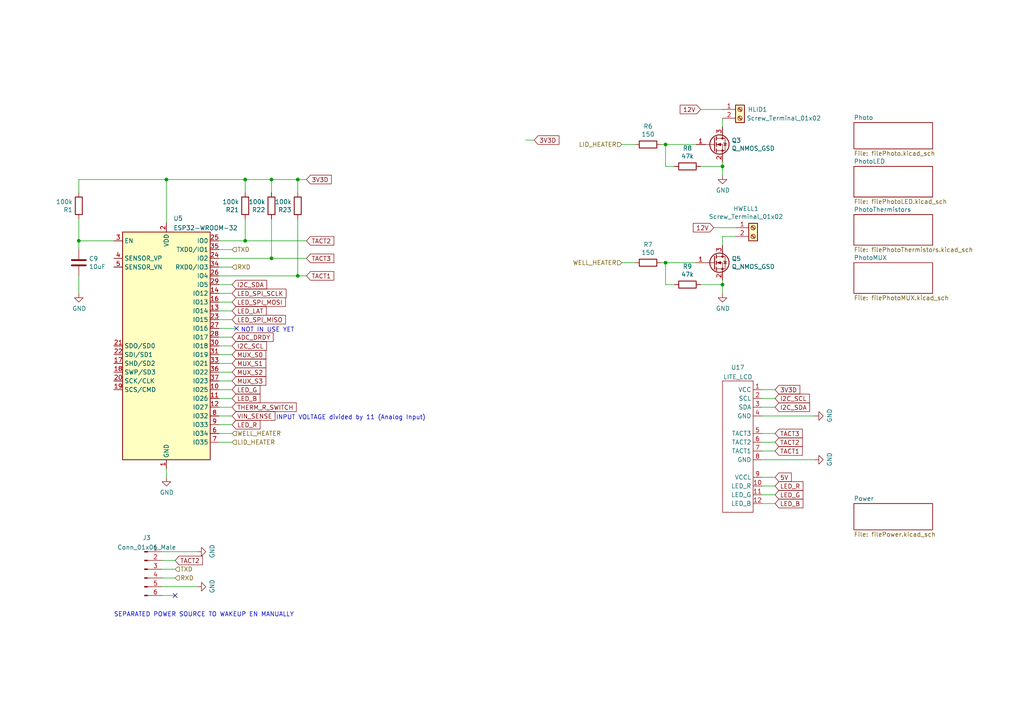
<source format=kicad_sch>
(kicad_sch (version 20211123) (generator eeschema)
  (paper "A4")
  (lib_symbols
    (symbol "Connector:Conn_01x06_Male" (pin_names (offset 1.016) hide)
      (property "Reference" "J" (at 0 7.62 0))
      (property "Value" "Conn_01x06_Male" (at 0 -10.16 0))
      (symbol "Conn_01x06_Male_1_1"
        (polyline (pts (xy 1.27 -7.62) (xy 0.8636 -7.62)) (stroke (width 0.1524)))
        (polyline (pts (xy 1.27 -5.08) (xy 0.8636 -5.08)) (stroke (width 0.1524)))
        (polyline (pts (xy 1.27 -2.54) (xy 0.8636 -2.54)) (stroke (width 0.1524)))
        (polyline (pts (xy 1.27 0) (xy 0.8636 0)) (stroke (width 0.1524)))
        (polyline (pts (xy 1.27 2.54) (xy 0.8636 2.54)) (stroke (width 0.1524)))
        (polyline (pts (xy 1.27 5.08) (xy 0.8636 5.08)) (stroke (width 0.1524)))
        (rectangle (start 0.8636 -7.493) (end 0 -7.747) (stroke (width 0.1524)) (fill (type outline)))
        (rectangle (start 0.8636 -4.953) (end 0 -5.207) (stroke (width 0.1524)) (fill (type outline)))
        (rectangle (start 0.8636 -2.413) (end 0 -2.667) (stroke (width 0.1524)) (fill (type outline)))
        (rectangle (start 0.8636 0.127) (end 0 -0.127) (stroke (width 0.1524)) (fill (type outline)))
        (rectangle (start 0.8636 2.667) (end 0 2.413) (stroke (width 0.1524)) (fill (type outline)))
        (rectangle (start 0.8636 5.207) (end 0 4.953) (stroke (width 0.1524)) (fill (type outline)))
        (pin passive line (at 5.08 5.08 180) (length 3.81) (name "Pin_1") (number "1"))
        (pin passive line (at 5.08 2.54 180) (length 3.81) (name "Pin_2") (number "2"))
        (pin passive line (at 5.08 0 180) (length 3.81) (name "Pin_3") (number "3"))
        (pin passive line (at 5.08 -2.54 180) (length 3.81) (name "Pin_4") (number "4"))
        (pin passive line (at 5.08 -5.08 180) (length 3.81) (name "Pin_5") (number "5"))
        (pin passive line (at 5.08 -7.62 180) (length 3.81) (name "Pin_6") (number "6"))
      )
    )
    (symbol "Connector:Screw_Terminal_01x02" (pin_names (offset 1.016) hide)
      (property "Reference" "J" (at 0 2.54 0))
      (property "Value" "Screw_Terminal_01x02" (at 0 -5.08 0))
      (symbol "Screw_Terminal_01x02_1_1"
        (rectangle (start -1.27 1.27) (end 1.27 -3.81) (stroke (width 0.254)) (fill (type background)))
        (circle (center 0 -2.54) (radius 0.635) (stroke (width 0.1524)))
        (polyline (pts (xy -0.5334 -2.2098) (xy 0.3302 -3.048)) (stroke (width 0.1524)))
        (polyline (pts (xy -0.5334 0.3302) (xy 0.3302 -0.508)) (stroke (width 0.1524)))
        (polyline (pts (xy -0.3556 -2.032) (xy 0.508 -2.8702)) (stroke (width 0.1524)))
        (polyline (pts (xy -0.3556 0.508) (xy 0.508 -0.3302)) (stroke (width 0.1524)))
        (circle (center 0 0) (radius 0.635) (stroke (width 0.1524)))
        (pin passive line (at -5.08 0 0) (length 3.81) (name "Pin_1") (number "1"))
        (pin passive line (at -5.08 -2.54 0) (length 3.81) (name "Pin_2") (number "2"))
      )
    )
    (symbol "Device:C" (pin_numbers hide) (pin_names (offset 0.254))
      (property "Reference" "C" (at 0.635 2.54 0))
      (property "Value" "C" (at 0.635 -2.54 0))
      (symbol "C_0_1"
        (polyline (pts (xy -2.032 -0.762) (xy 2.032 -0.762)) (stroke (width 0.508)))
        (polyline (pts (xy -2.032 0.762) (xy 2.032 0.762)) (stroke (width 0.508)))
      )
      (symbol "C_1_1"
        (pin passive line (at 0 3.81 270) (length 2.794) (name "~") (number "1"))
        (pin passive line (at 0 -3.81 90) (length 2.794) (name "~") (number "2"))
      )
    )
    (symbol "Device:Q_NMOS_GSD" (pin_names (offset 0) hide)
      (property "Reference" "Q" (at 5.08 1.27 0))
      (property "Value" "Q_NMOS_GSD" (at 5.08 -1.27 0))
      (symbol "Q_NMOS_GSD_0_1"
        (polyline (pts (xy 0.254 0) (xy -2.54 0)))
        (polyline (pts (xy 0.254 1.905) (xy 0.254 -1.905)) (stroke (width 0.254)))
        (polyline (pts (xy 0.762 -1.27) (xy 0.762 -2.286)) (stroke (width 0.254)))
        (polyline (pts (xy 0.762 0.508) (xy 0.762 -0.508)) (stroke (width 0.254)))
        (polyline (pts (xy 0.762 2.286) (xy 0.762 1.27)) (stroke (width 0.254)))
        (polyline (pts (xy 2.54 2.54) (xy 2.54 1.778)))
        (polyline (pts (xy 2.54 -2.54) (xy 2.54 0) (xy 0.762 0)))
        (polyline (pts (xy 0.762 -1.778) (xy 3.302 -1.778) (xy 3.302 1.778) (xy 0.762 1.778)))
        (polyline (pts (xy 1.016 0) (xy 2.032 0.381) (xy 2.032 -0.381) (xy 1.016 0)) (fill (type outline)))
        (polyline (pts (xy 2.794 0.508) (xy 2.921 0.381) (xy 3.683 0.381) (xy 3.81 0.254)))
        (polyline (pts (xy 3.302 0.381) (xy 2.921 -0.254) (xy 3.683 -0.254) (xy 3.302 0.381)))
        (circle (center 1.651 0) (radius 2.794) (stroke (width 0.254)))
        (circle (center 2.54 -1.778) (radius 0.254) (fill (type outline)))
        (circle (center 2.54 1.778) (radius 0.254) (fill (type outline)))
      )
      (symbol "Q_NMOS_GSD_1_1"
        (pin input line (at -5.08 0 0) (length 2.54) (name "G") (number "1"))
        (pin passive line (at 2.54 -5.08 90) (length 2.54) (name "S") (number "2"))
        (pin passive line (at 2.54 5.08 270) (length 2.54) (name "D") (number "3"))
      )
    )
    (symbol "Device:R" (pin_numbers hide) (pin_names (offset 0))
      (property "Reference" "R" (at 2.032 0 90))
      (property "Value" "R" (at 0 0 90))
      (symbol "R_0_1"
        (rectangle (start -1.016 -2.54) (end 1.016 2.54) (stroke (width 0.254)))
      )
      (symbol "R_1_1"
        (pin passive line (at 0 3.81 270) (length 1.27) (name "~") (number "1"))
        (pin passive line (at 0 -3.81 90) (length 1.27) (name "~") (number "2"))
      )
    )
    (symbol "Ninja-qPCR:LITE_LCD"
      (property "Reference" "U" (at -3.81 3.81 0))
      (property "Value" "LITE_LCD" (at -3.81 -36.83 0))
      (symbol "LITE_LCD_0_1"
        (rectangle (start 0 2.54) (end -8.89 -35.56) (stroke (width 0.1524)))
      )
      (symbol "LITE_LCD_1_1"
        (pin input line (at 2.54 0 180) (length 2.54) (name "VCC") (number "1"))
        (pin input line (at 2.54 -27.94 180) (length 2.54) (name "LED_R") (number "10"))
        (pin input line (at 2.54 -30.48 180) (length 2.54) (name "LED_G") (number "11"))
        (pin input line (at 2.54 -33.02 180) (length 2.54) (name "LED_B") (number "12"))
        (pin input line (at 2.54 -2.54 180) (length 2.54) (name "SCL") (number "2"))
        (pin input line (at 2.54 -5.08 180) (length 2.54) (name "SDA") (number "3"))
        (pin input line (at 2.54 -7.62 180) (length 2.54) (name "GND") (number "4"))
        (pin input line (at 2.54 -12.7 180) (length 2.54) (name "TACT3") (number "5"))
        (pin input line (at 2.54 -15.24 180) (length 2.54) (name "TACT2") (number "6"))
        (pin input line (at 2.54 -17.78 180) (length 2.54) (name "TACT1") (number "7"))
        (pin input line (at 2.54 -20.32 180) (length 2.54) (name "GND") (number "8"))
        (pin input line (at 2.54 -25.4 180) (length 2.54) (name "VCCL") (number "9"))
      )
    )
    (symbol "RF_Module:ESP32-WROOM-32"
      (property "Reference" "U" (at -12.7 34.29 0))
      (property "Value" "ESP32-WROOM-32" (at 1.27 34.29 0))
      (symbol "ESP32-WROOM-32_0_1"
        (rectangle (start -12.7 33.02) (end 12.7 -33.02) (stroke (width 0.254)) (fill (type background)))
      )
      (symbol "ESP32-WROOM-32_1_1"
        (pin power_in line (at 0 -35.56 90) (length 2.54) (name "GND") (number "1"))
        (pin bidirectional line (at 15.24 -12.7 180) (length 2.54) (name "IO25") (number "10"))
        (pin bidirectional line (at 15.24 -15.24 180) (length 2.54) (name "IO26") (number "11"))
        (pin bidirectional line (at 15.24 -17.78 180) (length 2.54) (name "IO27") (number "12"))
        (pin bidirectional line (at 15.24 10.16 180) (length 2.54) (name "IO14") (number "13"))
        (pin bidirectional line (at 15.24 15.24 180) (length 2.54) (name "IO12") (number "14"))
        (pin passive line (at 0 -35.56 90) (length 2.54) hide (name "GND") (number "15"))
        (pin bidirectional line (at 15.24 12.7 180) (length 2.54) (name "IO13") (number "16"))
        (pin bidirectional line (at -15.24 -5.08 0) (length 2.54) (name "SHD/SD2") (number "17"))
        (pin bidirectional line (at -15.24 -7.62 0) (length 2.54) (name "SWP/SD3") (number "18"))
        (pin bidirectional line (at -15.24 -12.7 0) (length 2.54) (name "SCS/CMD") (number "19"))
        (pin power_in line (at 0 35.56 270) (length 2.54) (name "VDD") (number "2"))
        (pin bidirectional line (at -15.24 -10.16 0) (length 2.54) (name "SCK/CLK") (number "20"))
        (pin bidirectional line (at -15.24 0 0) (length 2.54) (name "SDO/SD0") (number "21"))
        (pin bidirectional line (at -15.24 -2.54 0) (length 2.54) (name "SDI/SD1") (number "22"))
        (pin bidirectional line (at 15.24 7.62 180) (length 2.54) (name "IO15") (number "23"))
        (pin bidirectional line (at 15.24 25.4 180) (length 2.54) (name "IO2") (number "24"))
        (pin bidirectional line (at 15.24 30.48 180) (length 2.54) (name "IO0") (number "25"))
        (pin bidirectional line (at 15.24 20.32 180) (length 2.54) (name "IO4") (number "26"))
        (pin bidirectional line (at 15.24 5.08 180) (length 2.54) (name "IO16") (number "27"))
        (pin bidirectional line (at 15.24 2.54 180) (length 2.54) (name "IO17") (number "28"))
        (pin bidirectional line (at 15.24 17.78 180) (length 2.54) (name "IO5") (number "29"))
        (pin input line (at -15.24 30.48 0) (length 2.54) (name "EN") (number "3"))
        (pin bidirectional line (at 15.24 0 180) (length 2.54) (name "IO18") (number "30"))
        (pin bidirectional line (at 15.24 -2.54 180) (length 2.54) (name "IO19") (number "31"))
        (pin no_connect line (at -12.7 -27.94 0) (length 2.54) hide (name "NC") (number "32"))
        (pin bidirectional line (at 15.24 -5.08 180) (length 2.54) (name "IO21") (number "33"))
        (pin bidirectional line (at 15.24 22.86 180) (length 2.54) (name "RXD0/IO3") (number "34"))
        (pin bidirectional line (at 15.24 27.94 180) (length 2.54) (name "TXD0/IO1") (number "35"))
        (pin bidirectional line (at 15.24 -7.62 180) (length 2.54) (name "IO22") (number "36"))
        (pin bidirectional line (at 15.24 -10.16 180) (length 2.54) (name "IO23") (number "37"))
        (pin passive line (at 0 -35.56 90) (length 2.54) hide (name "GND") (number "38"))
        (pin passive line (at 0 -35.56 90) (length 2.54) hide (name "GND") (number "39"))
        (pin input line (at -15.24 25.4 0) (length 2.54) (name "SENSOR_VP") (number "4"))
        (pin input line (at -15.24 22.86 0) (length 2.54) (name "SENSOR_VN") (number "5"))
        (pin input line (at 15.24 -25.4 180) (length 2.54) (name "IO34") (number "6"))
        (pin input line (at 15.24 -27.94 180) (length 2.54) (name "IO35") (number "7"))
        (pin bidirectional line (at 15.24 -20.32 180) (length 2.54) (name "IO32") (number "8"))
        (pin bidirectional line (at 15.24 -22.86 180) (length 2.54) (name "IO33") (number "9"))
      )
    )
    (symbol "power:GND" (power) (pin_names (offset 0))
      (property "Value" "GND" (at 0 -3.81 0))
      (symbol "GND_0_1"
        (polyline (pts (xy 0 0) (xy 0 -1.27) (xy 1.27 -1.27) (xy 0 -2.54) (xy -1.27 -1.27) (xy 0 -1.27)))
      )
      (symbol "GND_1_1"
        (pin power_in line (at 0 0 270) (length 0) hide (name "GND") (number "1"))
      )
    )
  )
  (junction (at 193.04 41.91))
  (junction (at 22.86 69.85))
  (junction (at 209.55 82.55))
  (junction (at 48.26 52.07))
  (junction (at 86.36 52.07))
  (junction (at 71.12 52.07))
  (junction (at 209.55 48.26))
  (junction (at 86.36 80.01))
  (junction (at 78.74 52.07))
  (junction (at 193.04 76.2))
  (junction (at 78.74 74.93))
  (junction (at 71.12 69.85))
  (no_connect (at 50.8 172.72))
  (no_connect (at 68.58 95.25))
  (wire (pts (xy 46.99 170.18) (xy 57.15 170.18)))
  (wire (pts (xy 71.12 69.85) (xy 88.9 69.85)))
  (wire (pts (xy 203.2 48.26) (xy 209.55 48.26)))
  (wire (pts (xy 63.5 110.49) (xy 67.31 110.49)))
  (wire (pts (xy 63.5 118.11) (xy 67.31 118.11)))
  (wire (pts (xy 193.04 76.2) (xy 191.77 76.2)))
  (wire (pts (xy 46.99 162.56) (xy 50.8 162.56)))
  (wire (pts (xy 78.74 74.93) (xy 88.9 74.93)))
  (wire (pts (xy 63.5 100.33) (xy 67.31 100.33)))
  (wire (pts (xy 193.04 48.26) (xy 193.04 41.91)))
  (wire (pts (xy 213.36 68.58) (xy 209.55 68.58)))
  (wire (pts (xy 48.26 135.89) (xy 48.26 138.43)))
  (wire (pts (xy 220.98 130.81) (xy 224.79 130.81)))
  (wire (pts (xy 207.01 66.04) (xy 213.36 66.04)))
  (wire (pts (xy 71.12 63.5) (xy 71.12 69.85)))
  (wire (pts (xy 193.04 82.55) (xy 193.04 76.2)))
  (wire (pts (xy 201.93 41.91) (xy 193.04 41.91)))
  (wire (pts (xy 48.26 52.07) (xy 22.86 52.07)))
  (wire (pts (xy 86.36 52.07) (xy 88.9 52.07)))
  (wire (pts (xy 63.5 77.47) (xy 67.31 77.47)))
  (wire (pts (xy 220.98 133.35) (xy 236.22 133.35)))
  (wire (pts (xy 63.5 80.01) (xy 86.36 80.01)))
  (wire (pts (xy 22.86 63.5) (xy 22.86 69.85)))
  (wire (pts (xy 220.98 125.73) (xy 224.79 125.73)))
  (wire (pts (xy 22.86 52.07) (xy 22.86 55.88)))
  (wire (pts (xy 220.98 115.57) (xy 224.79 115.57)))
  (wire (pts (xy 86.36 52.07) (xy 86.36 55.88)))
  (wire (pts (xy 63.5 113.03) (xy 67.31 113.03)))
  (wire (pts (xy 220.98 120.65) (xy 236.22 120.65)))
  (wire (pts (xy 63.5 95.25) (xy 68.58 95.25)))
  (wire (pts (xy 203.2 82.55) (xy 209.55 82.55)))
  (wire (pts (xy 46.99 160.02) (xy 57.15 160.02)))
  (wire (pts (xy 220.98 146.05) (xy 224.79 146.05)))
  (wire (pts (xy 78.74 52.07) (xy 78.74 55.88)))
  (wire (pts (xy 195.58 82.55) (xy 193.04 82.55)))
  (wire (pts (xy 63.5 92.71) (xy 67.31 92.71)))
  (wire (pts (xy 63.5 85.09) (xy 67.31 85.09)))
  (wire (pts (xy 209.55 85.09) (xy 209.55 82.55)))
  (wire (pts (xy 63.5 107.95) (xy 67.31 107.95)))
  (wire (pts (xy 220.98 113.03) (xy 224.79 113.03)))
  (wire (pts (xy 180.34 76.2) (xy 184.15 76.2)))
  (wire (pts (xy 86.36 63.5) (xy 86.36 80.01)))
  (wire (pts (xy 78.74 52.07) (xy 86.36 52.07)))
  (wire (pts (xy 63.5 74.93) (xy 78.74 74.93)))
  (wire (pts (xy 22.86 69.85) (xy 33.02 69.85)))
  (wire (pts (xy 22.86 80.01) (xy 22.86 85.09)))
  (wire (pts (xy 63.5 128.27) (xy 67.31 128.27)))
  (wire (pts (xy 48.26 52.07) (xy 48.26 64.77)))
  (wire (pts (xy 86.36 80.01) (xy 88.9 80.01)))
  (wire (pts (xy 63.5 102.87) (xy 67.31 102.87)))
  (wire (pts (xy 48.26 52.07) (xy 71.12 52.07)))
  (wire (pts (xy 46.99 172.72) (xy 50.8 172.72)))
  (wire (pts (xy 63.5 82.55) (xy 67.31 82.55)))
  (wire (pts (xy 201.93 76.2) (xy 193.04 76.2)))
  (wire (pts (xy 209.55 82.55) (xy 209.55 81.28)))
  (wire (pts (xy 46.99 167.64) (xy 50.8 167.64)))
  (wire (pts (xy 209.55 68.58) (xy 209.55 71.12)))
  (wire (pts (xy 63.5 90.17) (xy 67.31 90.17)))
  (wire (pts (xy 63.5 72.39) (xy 67.31 72.39)))
  (wire (pts (xy 46.99 165.1) (xy 50.8 165.1)))
  (wire (pts (xy 63.5 105.41) (xy 67.31 105.41)))
  (wire (pts (xy 78.74 63.5) (xy 78.74 74.93)))
  (wire (pts (xy 71.12 52.07) (xy 78.74 52.07)))
  (wire (pts (xy 220.98 118.11) (xy 224.79 118.11)))
  (wire (pts (xy 22.86 69.85) (xy 22.86 72.39)))
  (wire (pts (xy 220.98 140.97) (xy 224.79 140.97)))
  (wire (pts (xy 63.5 123.19) (xy 67.31 123.19)))
  (wire (pts (xy 154.94 40.64) (xy 152.4 40.64)))
  (wire (pts (xy 180.34 41.91) (xy 184.15 41.91)))
  (wire (pts (xy 63.5 120.65) (xy 67.31 120.65)))
  (wire (pts (xy 63.5 87.63) (xy 67.31 87.63)))
  (wire (pts (xy 63.5 115.57) (xy 67.31 115.57)))
  (wire (pts (xy 209.55 48.26) (xy 209.55 46.99)))
  (wire (pts (xy 193.04 41.91) (xy 191.77 41.91)))
  (wire (pts (xy 220.98 128.27) (xy 224.79 128.27)))
  (wire (pts (xy 209.55 34.29) (xy 209.55 36.83)))
  (wire (pts (xy 220.98 143.51) (xy 224.79 143.51)))
  (wire (pts (xy 209.55 50.8) (xy 209.55 48.26)))
  (wire (pts (xy 63.5 125.73) (xy 67.31 125.73)))
  (wire (pts (xy 71.12 52.07) (xy 71.12 55.88)))
  (wire (pts (xy 63.5 69.85) (xy 71.12 69.85)))
  (wire (pts (xy 63.5 97.79) (xy 67.31 97.79)))
  (wire (pts (xy 195.58 48.26) (xy 193.04 48.26)))
  (wire (pts (xy 203.2 31.75) (xy 209.55 31.75)))
  (wire (pts (xy 220.98 138.43) (xy 224.79 138.43)))
  (text "SEPARATED POWER SOURCE TO WAKEUP EN MANUALLY" (at 33.02 179.07 0) (effects (font (size 1.27 1.27)) (justify left bottom)))
  (text "NOT IN USE YET" (at 69.85 96.52 0) (effects (font (size 1.27 1.27)) (justify left bottom)))
  (text "INPUT VOLTAGE divided by 11 (Analog Input)" (at 80.01 121.92 0) (effects (font (size 1.27 1.27)) (justify left bottom)))
  (global_label "3V3D" (shape input) (at 224.79 113.03 0) (property "Intersheet References" "${INTERSHEET_REFS}" (effects hide)))
  (global_label "LED_SPI_SCLK" (shape input) (at 67.31 85.09 0) (property "Intersheet References" "${INTERSHEET_REFS}" (effects hide)))
  (global_label "I2C_SCL" (shape input) (at 224.79 115.57 0) (property "Intersheet References" "${INTERSHEET_REFS}" (effects hide)))
  (global_label "TACT2" (shape input) (at 50.8 162.56 0) (property "Intersheet References" "${INTERSHEET_REFS}" (effects hide)))
  (global_label "LED_G" (shape input) (at 224.79 143.51 0) (property "Intersheet References" "${INTERSHEET_REFS}" (effects hide)))
  (global_label "LED_LAT" (shape input) (at 67.31 90.17 0) (property "Intersheet References" "${INTERSHEET_REFS}" (effects hide)))
  (global_label "LED_R" (shape input) (at 67.31 123.19 0) (property "Intersheet References" "${INTERSHEET_REFS}" (effects hide)))
  (global_label "TACT2" (shape input) (at 88.9 69.85 0) (property "Intersheet References" "${INTERSHEET_REFS}" (effects hide)))
  (global_label "TACT3" (shape input) (at 224.79 125.73 0) (property "Intersheet References" "${INTERSHEET_REFS}" (effects hide)))
  (global_label "3V3D" (shape input) (at 154.94 40.64 0) (property "Intersheet References" "${INTERSHEET_REFS}" (effects hide)))
  (global_label "MUX_S3" (shape input) (at 67.31 110.49 0) (property "Intersheet References" "${INTERSHEET_REFS}" (effects hide)))
  (global_label "I2C_SDA" (shape input) (at 67.31 82.55 0) (property "Intersheet References" "${INTERSHEET_REFS}" (effects hide)))
  (global_label "THERM_R_SWITCH" (shape input) (at 67.31 118.11 0) (property "Intersheet References" "${INTERSHEET_REFS}" (effects hide)))
  (global_label "TACT1" (shape input) (at 88.9 80.01 0) (property "Intersheet References" "${INTERSHEET_REFS}" (effects hide)))
  (global_label "MUX_S1" (shape input) (at 67.31 105.41 0) (property "Intersheet References" "${INTERSHEET_REFS}" (effects hide)))
  (global_label "LED_SPI_MOSI" (shape input) (at 67.31 87.63 0) (property "Intersheet References" "${INTERSHEET_REFS}" (effects hide)))
  (global_label "LED_R" (shape input) (at 224.79 140.97 0) (property "Intersheet References" "${INTERSHEET_REFS}" (effects hide)))
  (global_label "12V" (shape input) (at 207.01 66.04 180) (property "Intersheet References" "${INTERSHEET_REFS}" (effects hide)))
  (global_label "ADC_DRDY" (shape input) (at 67.31 97.79 0) (property "Intersheet References" "${INTERSHEET_REFS}" (effects hide)))
  (global_label "5V" (shape input) (at 224.79 138.43 0) (property "Intersheet References" "${INTERSHEET_REFS}" (effects hide)))
  (global_label "I2C_SDA" (shape input) (at 224.79 118.11 0) (property "Intersheet References" "${INTERSHEET_REFS}" (effects hide)))
  (global_label "TACT2" (shape input) (at 224.79 128.27 0) (property "Intersheet References" "${INTERSHEET_REFS}" (effects hide)))
  (global_label "TACT3" (shape input) (at 88.9 74.93 0) (property "Intersheet References" "${INTERSHEET_REFS}" (effects hide)))
  (global_label "I2C_SCL" (shape input) (at 67.31 100.33 0) (property "Intersheet References" "${INTERSHEET_REFS}" (effects hide)))
  (global_label "3V3D" (shape input) (at 88.9 52.07 0) (property "Intersheet References" "${INTERSHEET_REFS}" (effects hide)))
  (global_label "12V" (shape input) (at 203.2 31.75 180) (property "Intersheet References" "${INTERSHEET_REFS}" (effects hide)))
  (global_label "MUX_S0" (shape input) (at 67.31 102.87 0) (property "Intersheet References" "${INTERSHEET_REFS}" (effects hide)))
  (global_label "LED_SPI_MISO" (shape input) (at 67.31 92.71 0) (property "Intersheet References" "${INTERSHEET_REFS}" (effects hide)))
  (global_label "LED_B" (shape input) (at 67.31 115.57 0) (property "Intersheet References" "${INTERSHEET_REFS}" (effects hide)))
  (global_label "VIN_SENSE" (shape input) (at 67.31 120.65 0) (property "Intersheet References" "${INTERSHEET_REFS}" (effects hide)))
  (global_label "LED_G" (shape input) (at 67.31 113.03 0) (property "Intersheet References" "${INTERSHEET_REFS}" (effects hide)))
  (global_label "MUX_S2" (shape input) (at 67.31 107.95 0) (property "Intersheet References" "${INTERSHEET_REFS}" (effects hide)))
  (global_label "LED_B" (shape input) (at 224.79 146.05 0) (property "Intersheet References" "${INTERSHEET_REFS}" (effects hide)))
  (global_label "TACT1" (shape input) (at 224.79 130.81 0) (property "Intersheet References" "${INTERSHEET_REFS}" (effects hide)))
  (hierarchical_label "WELL_HEATER" (shape input) (at 67.31 125.73 0))
  (hierarchical_label "RXD" (shape input) (at 50.8 167.64 0))
  (hierarchical_label "LID_HEATER" (shape input) (at 180.34 41.91 180))
  (hierarchical_label "RXD" (shape input) (at 67.31 77.47 0))
  (hierarchical_label "TXD" (shape input) (at 67.31 72.39 0))
  (hierarchical_label "LID_HEATER" (shape input) (at 67.31 128.27 0))
  (hierarchical_label "WELL_HEATER" (shape input) (at 180.34 76.2 180))
  (hierarchical_label "TXD" (shape input) (at 50.8 165.1 0))
  (symbol (lib_id "Device:R") (at 199.39 48.26 270) (unit 1)
    (property "Reference" "R8" (at 199.39 43.0022 90))
    (property "Value" "47k" (at 199.39 45.3136 90))
    (property "Footprint" "Resistor_SMD:R_0603_1608Metric" (effects hide))
  )
  (symbol (lib_id "Device:R") (at 187.96 41.91 270) (unit 1)
    (property "Reference" "R6" (at 187.96 36.6522 90))
    (property "Value" "150" (at 187.96 38.9636 90))
    (property "Footprint" "Resistor_SMD:R_0603_1608Metric" (effects hide))
  )
  (symbol (lib_id "power:GND") (at 209.55 50.8 0) (unit 1)
    (property "Reference" "#PWR05" (effects hide))
    (property "Value" "GND" (at 209.677 55.1942 0))
  )
  (symbol (lib_id "Device:Q_NMOS_GSD") (at 207.01 41.91 0) (unit 1)
    (property "Reference" "Q3" (at 212.1916 40.7416 0) (effects (justify left)))
    (property "Value" "Q_NMOS_GSD" (at 212.1916 43.053 0) (effects (justify left)))
    (property "Footprint" "Ninja-qPCR:SOT95P240X112-3N" (effects hide))
  )
  (symbol (lib_id "Device:R") (at 199.39 82.55 270) (unit 1)
    (property "Reference" "R9" (at 199.39 77.2922 90))
    (property "Value" "47k" (at 199.39 79.6036 90))
    (property "Footprint" "Resistor_SMD:R_0603_1608Metric" (effects hide))
  )
  (symbol (lib_id "Device:R") (at 187.96 76.2 270) (unit 1)
    (property "Reference" "R7" (at 187.96 70.9422 90))
    (property "Value" "150" (at 187.96 73.2536 90))
    (property "Footprint" "Resistor_SMD:R_0603_1608Metric" (effects hide))
  )
  (symbol (lib_id "power:GND") (at 209.55 85.09 0) (unit 1)
    (property "Reference" "#PWR07" (effects hide))
    (property "Value" "GND" (at 209.677 89.4842 0))
  )
  (symbol (lib_id "Device:Q_NMOS_GSD") (at 207.01 76.2 0) (unit 1)
    (property "Reference" "Q5" (at 212.1916 75.0316 0) (effects (justify left)))
    (property "Value" "Q_NMOS_GSD" (at 212.1916 77.343 0) (effects (justify left)))
    (property "Footprint" "Ninja-qPCR:SOT95P240X112-3N" (effects hide))
  )
  (symbol (lib_id "Connector:Screw_Terminal_01x02") (at 218.44 66.04 0) (unit 1)
    (property "Reference" "HWELL1" (at 216.3572 60.5282 0))
    (property "Value" "Screw_Terminal_01x02" (at 216.3572 62.8396 0))
    (property "Footprint" "Ninja-qPCR:TB_SeeedOPL_320110028" (effects hide))
  )
  (symbol (lib_id "Connector:Screw_Terminal_01x02") (at 214.63 31.75 0) (unit 1)
    (property "Reference" "HLID1" (at 219.71 31.75 0))
    (property "Value" "Screw_Terminal_01x02" (at 227.33 34.29 0))
    (property "Footprint" "Ninja-qPCR:TB_SeeedOPL_320110028" (effects hide))
  )
  (symbol (lib_id "power:GND") (at 48.26 138.43 0) (unit 1)
    (property "Reference" "#PWR0104" (effects hide))
    (property "Value" "GND" (at 48.387 142.8242 0))
  )
  (symbol (lib_id "power:GND") (at 57.15 160.02 90) (unit 1)
    (property "Reference" "#PWR0101" (effects hide))
    (property "Value" "GND" (at 61.5442 159.893 0))
  )
  (symbol (lib_id "Device:R") (at 71.12 59.69 180) (unit 1)
    (property "Reference" "R21" (at 69.342 60.8584 0) (effects (justify left)))
    (property "Value" "100k" (at 69.342 58.547 0) (effects (justify left)))
    (property "Footprint" "Resistor_SMD:R_0603_1608Metric" (effects hide))
  )
  (symbol (lib_id "Connector:Conn_01x06_Male") (at 41.91 165.1 0) (unit 1)
    (property "Reference" "J3" (at 42.545 155.9773 0))
    (property "Value" "Conn_01x06_Male" (at 42.545 158.7524 0))
    (property "Footprint" "Connector_PinHeader_2.54mm:PinHeader_1x06_P2.54mm_Vertical" (effects hide))
  )
  (symbol (lib_id "power:GND") (at 236.22 133.35 90) (unit 1)
    (property "Reference" "#PWR0139" (effects hide))
    (property "Value" "GND" (at 240.6142 133.223 0))
  )
  (symbol (lib_id "Device:R") (at 22.86 59.69 180) (unit 1)
    (property "Reference" "R1" (at 21.082 60.8584 0) (effects (justify left)))
    (property "Value" "100k" (at 21.082 58.547 0) (effects (justify left)))
    (property "Footprint" "Resistor_SMD:R_0603_1608Metric" (effects hide))
  )
  (symbol (lib_id "Device:C") (at 22.86 76.2 0) (unit 1)
    (property "Reference" "C9" (at 25.781 75.0316 0) (effects (justify left)))
    (property "Value" "10uF" (at 25.781 77.343 0) (effects (justify left)))
    (property "Footprint" "Capacitor_SMD:C_0805_2012Metric" (effects hide))
  )
  (symbol (lib_id "RF_Module:ESP32-WROOM-32") (at 48.26 100.33 0) (unit 1)
    (property "Reference" "U5" (at 50.2794 63.3435 0) (effects (justify left)))
    (property "Value" "ESP32-WROOM-32" (at 50.2794 66.1186 0) (effects (justify left)))
    (property "Footprint" "RF_Module:ESP32-WROOM-32" (effects hide))
    (property "Datasheet" "https://www.espressif.com/sites/default/files/documentation/esp32-wroom-32_datasheet_en.pdf" (effects hide))
  )
  (symbol (lib_id "power:GND") (at 57.15 170.18 90) (unit 1)
    (property "Reference" "#PWR0102" (effects hide))
    (property "Value" "GND" (at 61.5442 170.053 0))
  )
  (symbol (lib_id "Device:R") (at 86.36 59.69 180) (unit 1)
    (property "Reference" "R23" (at 84.582 60.8584 0) (effects (justify left)))
    (property "Value" "100k" (at 84.582 58.547 0) (effects (justify left)))
    (property "Footprint" "Resistor_SMD:R_0603_1608Metric" (effects hide))
  )
  (symbol (lib_id "Device:R") (at 78.74 59.69 180) (unit 1)
    (property "Reference" "R22" (at 76.962 60.8584 0) (effects (justify left)))
    (property "Value" "100k" (at 76.962 58.547 0) (effects (justify left)))
    (property "Footprint" "Resistor_SMD:R_0603_1608Metric" (effects hide))
  )
  (symbol (lib_id "power:GND") (at 236.22 120.65 90) (unit 1)
    (property "Reference" "#PWR0140" (effects hide))
    (property "Value" "GND" (at 240.6142 120.523 0))
  )
  (symbol (lib_id "power:GND") (at 22.86 85.09 0) (unit 1)
    (property "Reference" "#PWR0103" (effects hide))
    (property "Value" "GND" (at 22.987 89.4842 0))
  )
  (symbol (lib_id "Ninja-qPCR:LITE_LCD") (at 218.44 113.03 0) (unit 1)
    (property "Reference" "U17" (at 213.995 106.5743 0))
    (property "Value" "LITE_LCD" (at 213.995 109.3494 0))
    (property "Footprint" "Ninja-qPCR:LITE_LCD" (effects hide))
  )
  (sheet (at 247.65 35.56) (size 22.86 7.62)
    (property "Sheet name" "Photo" (at 247.65 34.8484 0) (effects (justify left bottom)))
    (property "Sheet file" "filePhoto.kicad_sch" (at 247.65 43.7646 0) (effects (justify left top)))
  )
  (sheet (at 247.65 48.26) (size 22.86 8.89)
    (property "Sheet name" "PhotoLED" (at 247.65 47.5484 0) (effects (justify left bottom)))
    (property "Sheet file" "filePhotoLED.kicad_sch" (at 247.65 57.7346 0) (effects (justify left top)))
  )
  (sheet (at 247.65 62.23) (size 22.86 8.89)
    (property "Sheet name" "PhotoThermistors" (at 247.65 61.5184 0) (effects (justify left bottom)))
    (property "Sheet file" "filePhotoThermistors.kicad_sch" (at 247.65 71.7046 0) (effects (justify left top)))
  )
  (sheet (at 247.65 76.2) (size 22.86 8.89)
    (property "Sheet name" "PhotoMUX" (at 247.65 75.4884 0) (effects (justify left bottom)))
    (property "Sheet file" "filePhotoMUX.kicad_sch" (at 247.65 85.6746 0) (effects (justify left top)))
  )
  (sheet (at 247.65 146.05) (size 22.86 7.62) (stroke (width 0.1524))
    (property "Sheet name" "Power" (at 247.65 145.3384 0) (effects (justify left bottom)))
    (property "Sheet file" "filePower.kicad_sch" (at 247.65 154.2546 0) (effects (justify left top)))
  )
)
</source>
